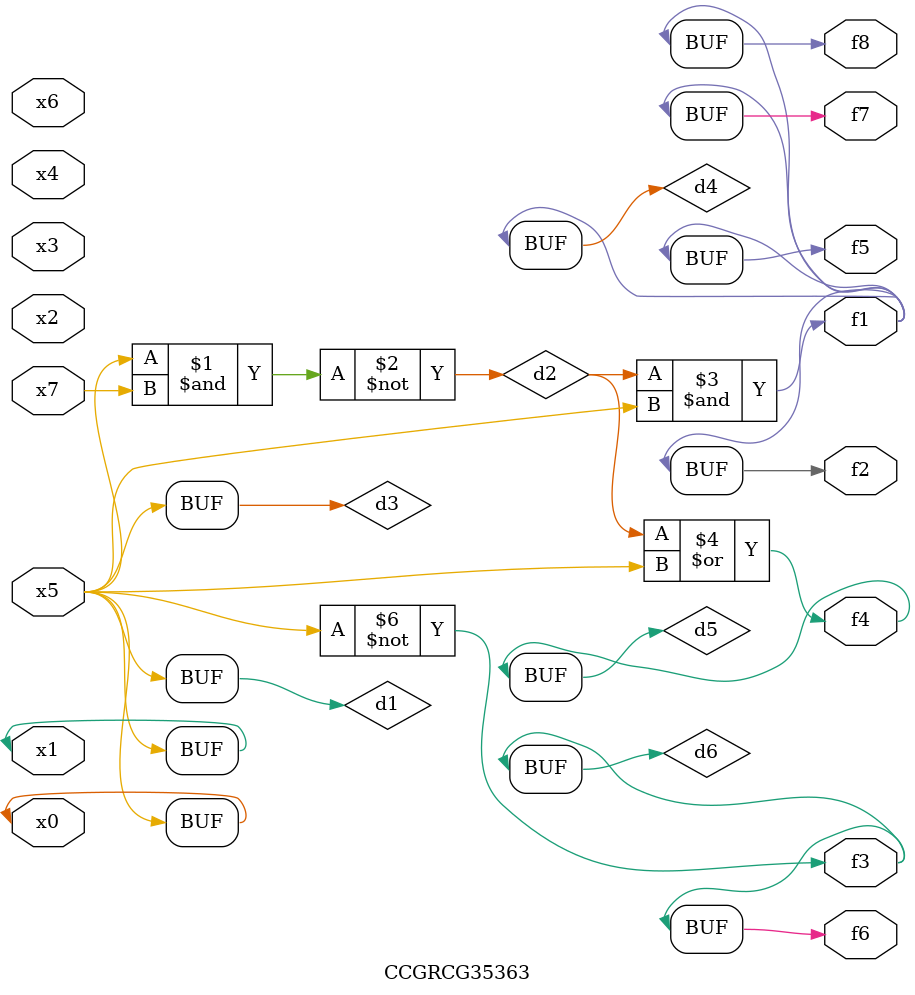
<source format=v>
module CCGRCG35363(
	input x0, x1, x2, x3, x4, x5, x6, x7,
	output f1, f2, f3, f4, f5, f6, f7, f8
);

	wire d1, d2, d3, d4, d5, d6;

	buf (d1, x0, x5);
	nand (d2, x5, x7);
	buf (d3, x0, x1);
	and (d4, d2, d3);
	or (d5, d2, d3);
	nor (d6, d1, d3);
	assign f1 = d4;
	assign f2 = d4;
	assign f3 = d6;
	assign f4 = d5;
	assign f5 = d4;
	assign f6 = d6;
	assign f7 = d4;
	assign f8 = d4;
endmodule

</source>
